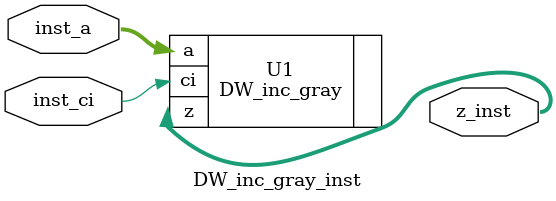
<source format=v>
module DW_inc_gray_inst (inst_a, inst_ci, z_inst);

  parameter inst_width = 8;

  input  [inst_width-1 : 0] inst_a;
  input                     inst_ci;
  output [inst_width-1 : 0] z_inst;

  // Please add +incdir+$SYNOPSYS/dw/sim_ver+ to your verilog simulator
  // command line (for simulation).

  // instance of DW_inc_gray
  DW_inc_gray #(inst_width) 
    U1 (.a(inst_a),
        .ci(inst_ci),
        .z(z_inst));
endmodule


</source>
